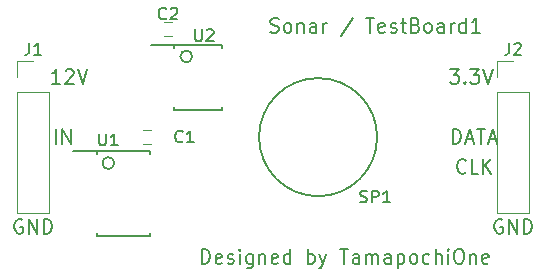
<source format=gbr>
%TF.GenerationSoftware,KiCad,Pcbnew,4.0.7*%
%TF.CreationDate,2017-10-08T11:45:17+09:00*%
%TF.ProjectId,TestBoard1,54657374426F617264312E6B69636164,rev?*%
%TF.FileFunction,Legend,Top*%
%FSLAX46Y46*%
G04 Gerber Fmt 4.6, Leading zero omitted, Abs format (unit mm)*
G04 Created by KiCad (PCBNEW 4.0.7) date 10/08/17 11:45:17*
%MOMM*%
%LPD*%
G01*
G04 APERTURE LIST*
%ADD10C,0.100000*%
%ADD11C,0.200000*%
%ADD12C,0.120000*%
%ADD13C,0.150000*%
G04 APERTURE END LIST*
D10*
D11*
X17901715Y-23682857D02*
X17901715Y-22482857D01*
X18187430Y-22482857D01*
X18358858Y-22540000D01*
X18473144Y-22654286D01*
X18530287Y-22768571D01*
X18587430Y-22997143D01*
X18587430Y-23168571D01*
X18530287Y-23397143D01*
X18473144Y-23511429D01*
X18358858Y-23625714D01*
X18187430Y-23682857D01*
X17901715Y-23682857D01*
X19558858Y-23625714D02*
X19444572Y-23682857D01*
X19216001Y-23682857D01*
X19101715Y-23625714D01*
X19044572Y-23511429D01*
X19044572Y-23054286D01*
X19101715Y-22940000D01*
X19216001Y-22882857D01*
X19444572Y-22882857D01*
X19558858Y-22940000D01*
X19616001Y-23054286D01*
X19616001Y-23168571D01*
X19044572Y-23282857D01*
X20073143Y-23625714D02*
X20187429Y-23682857D01*
X20416001Y-23682857D01*
X20530286Y-23625714D01*
X20587429Y-23511429D01*
X20587429Y-23454286D01*
X20530286Y-23340000D01*
X20416001Y-23282857D01*
X20244572Y-23282857D01*
X20130286Y-23225714D01*
X20073143Y-23111429D01*
X20073143Y-23054286D01*
X20130286Y-22940000D01*
X20244572Y-22882857D01*
X20416001Y-22882857D01*
X20530286Y-22940000D01*
X21101715Y-23682857D02*
X21101715Y-22882857D01*
X21101715Y-22482857D02*
X21044572Y-22540000D01*
X21101715Y-22597143D01*
X21158858Y-22540000D01*
X21101715Y-22482857D01*
X21101715Y-22597143D01*
X22187430Y-22882857D02*
X22187430Y-23854286D01*
X22130287Y-23968571D01*
X22073144Y-24025714D01*
X21958859Y-24082857D01*
X21787430Y-24082857D01*
X21673144Y-24025714D01*
X22187430Y-23625714D02*
X22073144Y-23682857D01*
X21844573Y-23682857D01*
X21730287Y-23625714D01*
X21673144Y-23568571D01*
X21616001Y-23454286D01*
X21616001Y-23111429D01*
X21673144Y-22997143D01*
X21730287Y-22940000D01*
X21844573Y-22882857D01*
X22073144Y-22882857D01*
X22187430Y-22940000D01*
X22758858Y-22882857D02*
X22758858Y-23682857D01*
X22758858Y-22997143D02*
X22816001Y-22940000D01*
X22930287Y-22882857D01*
X23101715Y-22882857D01*
X23216001Y-22940000D01*
X23273144Y-23054286D01*
X23273144Y-23682857D01*
X24301715Y-23625714D02*
X24187429Y-23682857D01*
X23958858Y-23682857D01*
X23844572Y-23625714D01*
X23787429Y-23511429D01*
X23787429Y-23054286D01*
X23844572Y-22940000D01*
X23958858Y-22882857D01*
X24187429Y-22882857D01*
X24301715Y-22940000D01*
X24358858Y-23054286D01*
X24358858Y-23168571D01*
X23787429Y-23282857D01*
X25387429Y-23682857D02*
X25387429Y-22482857D01*
X25387429Y-23625714D02*
X25273143Y-23682857D01*
X25044572Y-23682857D01*
X24930286Y-23625714D01*
X24873143Y-23568571D01*
X24816000Y-23454286D01*
X24816000Y-23111429D01*
X24873143Y-22997143D01*
X24930286Y-22940000D01*
X25044572Y-22882857D01*
X25273143Y-22882857D01*
X25387429Y-22940000D01*
X26873143Y-23682857D02*
X26873143Y-22482857D01*
X26873143Y-22940000D02*
X26987429Y-22882857D01*
X27216000Y-22882857D01*
X27330286Y-22940000D01*
X27387429Y-22997143D01*
X27444572Y-23111429D01*
X27444572Y-23454286D01*
X27387429Y-23568571D01*
X27330286Y-23625714D01*
X27216000Y-23682857D01*
X26987429Y-23682857D01*
X26873143Y-23625714D01*
X27844572Y-22882857D02*
X28130286Y-23682857D01*
X28416000Y-22882857D02*
X28130286Y-23682857D01*
X28016000Y-23968571D01*
X27958857Y-24025714D01*
X27844572Y-24082857D01*
X29616001Y-22482857D02*
X30301715Y-22482857D01*
X29958858Y-23682857D02*
X29958858Y-22482857D01*
X31216001Y-23682857D02*
X31216001Y-23054286D01*
X31158858Y-22940000D01*
X31044572Y-22882857D01*
X30816001Y-22882857D01*
X30701715Y-22940000D01*
X31216001Y-23625714D02*
X31101715Y-23682857D01*
X30816001Y-23682857D01*
X30701715Y-23625714D01*
X30644572Y-23511429D01*
X30644572Y-23397143D01*
X30701715Y-23282857D01*
X30816001Y-23225714D01*
X31101715Y-23225714D01*
X31216001Y-23168571D01*
X31787429Y-23682857D02*
X31787429Y-22882857D01*
X31787429Y-22997143D02*
X31844572Y-22940000D01*
X31958858Y-22882857D01*
X32130286Y-22882857D01*
X32244572Y-22940000D01*
X32301715Y-23054286D01*
X32301715Y-23682857D01*
X32301715Y-23054286D02*
X32358858Y-22940000D01*
X32473144Y-22882857D01*
X32644572Y-22882857D01*
X32758858Y-22940000D01*
X32816001Y-23054286D01*
X32816001Y-23682857D01*
X33901715Y-23682857D02*
X33901715Y-23054286D01*
X33844572Y-22940000D01*
X33730286Y-22882857D01*
X33501715Y-22882857D01*
X33387429Y-22940000D01*
X33901715Y-23625714D02*
X33787429Y-23682857D01*
X33501715Y-23682857D01*
X33387429Y-23625714D01*
X33330286Y-23511429D01*
X33330286Y-23397143D01*
X33387429Y-23282857D01*
X33501715Y-23225714D01*
X33787429Y-23225714D01*
X33901715Y-23168571D01*
X34473143Y-22882857D02*
X34473143Y-24082857D01*
X34473143Y-22940000D02*
X34587429Y-22882857D01*
X34816000Y-22882857D01*
X34930286Y-22940000D01*
X34987429Y-22997143D01*
X35044572Y-23111429D01*
X35044572Y-23454286D01*
X34987429Y-23568571D01*
X34930286Y-23625714D01*
X34816000Y-23682857D01*
X34587429Y-23682857D01*
X34473143Y-23625714D01*
X35730286Y-23682857D02*
X35616000Y-23625714D01*
X35558857Y-23568571D01*
X35501714Y-23454286D01*
X35501714Y-23111429D01*
X35558857Y-22997143D01*
X35616000Y-22940000D01*
X35730286Y-22882857D01*
X35901714Y-22882857D01*
X36016000Y-22940000D01*
X36073143Y-22997143D01*
X36130286Y-23111429D01*
X36130286Y-23454286D01*
X36073143Y-23568571D01*
X36016000Y-23625714D01*
X35901714Y-23682857D01*
X35730286Y-23682857D01*
X37158857Y-23625714D02*
X37044571Y-23682857D01*
X36816000Y-23682857D01*
X36701714Y-23625714D01*
X36644571Y-23568571D01*
X36587428Y-23454286D01*
X36587428Y-23111429D01*
X36644571Y-22997143D01*
X36701714Y-22940000D01*
X36816000Y-22882857D01*
X37044571Y-22882857D01*
X37158857Y-22940000D01*
X37673142Y-23682857D02*
X37673142Y-22482857D01*
X38187428Y-23682857D02*
X38187428Y-23054286D01*
X38130285Y-22940000D01*
X38015999Y-22882857D01*
X37844571Y-22882857D01*
X37730285Y-22940000D01*
X37673142Y-22997143D01*
X38758856Y-23682857D02*
X38758856Y-22882857D01*
X38758856Y-22482857D02*
X38701713Y-22540000D01*
X38758856Y-22597143D01*
X38815999Y-22540000D01*
X38758856Y-22482857D01*
X38758856Y-22597143D01*
X39558857Y-22482857D02*
X39787428Y-22482857D01*
X39901714Y-22540000D01*
X40016000Y-22654286D01*
X40073142Y-22882857D01*
X40073142Y-23282857D01*
X40016000Y-23511429D01*
X39901714Y-23625714D01*
X39787428Y-23682857D01*
X39558857Y-23682857D01*
X39444571Y-23625714D01*
X39330285Y-23511429D01*
X39273142Y-23282857D01*
X39273142Y-22882857D01*
X39330285Y-22654286D01*
X39444571Y-22540000D01*
X39558857Y-22482857D01*
X40587428Y-22882857D02*
X40587428Y-23682857D01*
X40587428Y-22997143D02*
X40644571Y-22940000D01*
X40758857Y-22882857D01*
X40930285Y-22882857D01*
X41044571Y-22940000D01*
X41101714Y-23054286D01*
X41101714Y-23682857D01*
X42130285Y-23625714D02*
X42015999Y-23682857D01*
X41787428Y-23682857D01*
X41673142Y-23625714D01*
X41615999Y-23511429D01*
X41615999Y-23054286D01*
X41673142Y-22940000D01*
X41787428Y-22882857D01*
X42015999Y-22882857D01*
X42130285Y-22940000D01*
X42187428Y-23054286D01*
X42187428Y-23168571D01*
X41615999Y-23282857D01*
X23698858Y-4067714D02*
X23870287Y-4124857D01*
X24156001Y-4124857D01*
X24270287Y-4067714D01*
X24327430Y-4010571D01*
X24384573Y-3896286D01*
X24384573Y-3782000D01*
X24327430Y-3667714D01*
X24270287Y-3610571D01*
X24156001Y-3553429D01*
X23927430Y-3496286D01*
X23813144Y-3439143D01*
X23756001Y-3382000D01*
X23698858Y-3267714D01*
X23698858Y-3153429D01*
X23756001Y-3039143D01*
X23813144Y-2982000D01*
X23927430Y-2924857D01*
X24213144Y-2924857D01*
X24384573Y-2982000D01*
X25070287Y-4124857D02*
X24956001Y-4067714D01*
X24898858Y-4010571D01*
X24841715Y-3896286D01*
X24841715Y-3553429D01*
X24898858Y-3439143D01*
X24956001Y-3382000D01*
X25070287Y-3324857D01*
X25241715Y-3324857D01*
X25356001Y-3382000D01*
X25413144Y-3439143D01*
X25470287Y-3553429D01*
X25470287Y-3896286D01*
X25413144Y-4010571D01*
X25356001Y-4067714D01*
X25241715Y-4124857D01*
X25070287Y-4124857D01*
X25984572Y-3324857D02*
X25984572Y-4124857D01*
X25984572Y-3439143D02*
X26041715Y-3382000D01*
X26156001Y-3324857D01*
X26327429Y-3324857D01*
X26441715Y-3382000D01*
X26498858Y-3496286D01*
X26498858Y-4124857D01*
X27584572Y-4124857D02*
X27584572Y-3496286D01*
X27527429Y-3382000D01*
X27413143Y-3324857D01*
X27184572Y-3324857D01*
X27070286Y-3382000D01*
X27584572Y-4067714D02*
X27470286Y-4124857D01*
X27184572Y-4124857D01*
X27070286Y-4067714D01*
X27013143Y-3953429D01*
X27013143Y-3839143D01*
X27070286Y-3724857D01*
X27184572Y-3667714D01*
X27470286Y-3667714D01*
X27584572Y-3610571D01*
X28156000Y-4124857D02*
X28156000Y-3324857D01*
X28156000Y-3553429D02*
X28213143Y-3439143D01*
X28270286Y-3382000D01*
X28384572Y-3324857D01*
X28498857Y-3324857D01*
X30670286Y-2867714D02*
X29641715Y-4410571D01*
X31813144Y-2924857D02*
X32498858Y-2924857D01*
X32156001Y-4124857D02*
X32156001Y-2924857D01*
X33356001Y-4067714D02*
X33241715Y-4124857D01*
X33013144Y-4124857D01*
X32898858Y-4067714D01*
X32841715Y-3953429D01*
X32841715Y-3496286D01*
X32898858Y-3382000D01*
X33013144Y-3324857D01*
X33241715Y-3324857D01*
X33356001Y-3382000D01*
X33413144Y-3496286D01*
X33413144Y-3610571D01*
X32841715Y-3724857D01*
X33870286Y-4067714D02*
X33984572Y-4124857D01*
X34213144Y-4124857D01*
X34327429Y-4067714D01*
X34384572Y-3953429D01*
X34384572Y-3896286D01*
X34327429Y-3782000D01*
X34213144Y-3724857D01*
X34041715Y-3724857D01*
X33927429Y-3667714D01*
X33870286Y-3553429D01*
X33870286Y-3496286D01*
X33927429Y-3382000D01*
X34041715Y-3324857D01*
X34213144Y-3324857D01*
X34327429Y-3382000D01*
X34727430Y-3324857D02*
X35184573Y-3324857D01*
X34898858Y-2924857D02*
X34898858Y-3953429D01*
X34956001Y-4067714D01*
X35070287Y-4124857D01*
X35184573Y-4124857D01*
X35984572Y-3496286D02*
X36156001Y-3553429D01*
X36213144Y-3610571D01*
X36270287Y-3724857D01*
X36270287Y-3896286D01*
X36213144Y-4010571D01*
X36156001Y-4067714D01*
X36041715Y-4124857D01*
X35584572Y-4124857D01*
X35584572Y-2924857D01*
X35984572Y-2924857D01*
X36098858Y-2982000D01*
X36156001Y-3039143D01*
X36213144Y-3153429D01*
X36213144Y-3267714D01*
X36156001Y-3382000D01*
X36098858Y-3439143D01*
X35984572Y-3496286D01*
X35584572Y-3496286D01*
X36956001Y-4124857D02*
X36841715Y-4067714D01*
X36784572Y-4010571D01*
X36727429Y-3896286D01*
X36727429Y-3553429D01*
X36784572Y-3439143D01*
X36841715Y-3382000D01*
X36956001Y-3324857D01*
X37127429Y-3324857D01*
X37241715Y-3382000D01*
X37298858Y-3439143D01*
X37356001Y-3553429D01*
X37356001Y-3896286D01*
X37298858Y-4010571D01*
X37241715Y-4067714D01*
X37127429Y-4124857D01*
X36956001Y-4124857D01*
X38384572Y-4124857D02*
X38384572Y-3496286D01*
X38327429Y-3382000D01*
X38213143Y-3324857D01*
X37984572Y-3324857D01*
X37870286Y-3382000D01*
X38384572Y-4067714D02*
X38270286Y-4124857D01*
X37984572Y-4124857D01*
X37870286Y-4067714D01*
X37813143Y-3953429D01*
X37813143Y-3839143D01*
X37870286Y-3724857D01*
X37984572Y-3667714D01*
X38270286Y-3667714D01*
X38384572Y-3610571D01*
X38956000Y-4124857D02*
X38956000Y-3324857D01*
X38956000Y-3553429D02*
X39013143Y-3439143D01*
X39070286Y-3382000D01*
X39184572Y-3324857D01*
X39298857Y-3324857D01*
X40213143Y-4124857D02*
X40213143Y-2924857D01*
X40213143Y-4067714D02*
X40098857Y-4124857D01*
X39870286Y-4124857D01*
X39756000Y-4067714D01*
X39698857Y-4010571D01*
X39641714Y-3896286D01*
X39641714Y-3553429D01*
X39698857Y-3439143D01*
X39756000Y-3382000D01*
X39870286Y-3324857D01*
X40098857Y-3324857D01*
X40213143Y-3382000D01*
X41413143Y-4124857D02*
X40727428Y-4124857D01*
X41070286Y-4124857D02*
X41070286Y-2924857D01*
X40956000Y-3096286D01*
X40841714Y-3210571D01*
X40727428Y-3267714D01*
X40223715Y-15948571D02*
X40166572Y-16005714D01*
X39995143Y-16062857D01*
X39880857Y-16062857D01*
X39709429Y-16005714D01*
X39595143Y-15891429D01*
X39538000Y-15777143D01*
X39480857Y-15548571D01*
X39480857Y-15377143D01*
X39538000Y-15148571D01*
X39595143Y-15034286D01*
X39709429Y-14920000D01*
X39880857Y-14862857D01*
X39995143Y-14862857D01*
X40166572Y-14920000D01*
X40223715Y-14977143D01*
X41309429Y-16062857D02*
X40738000Y-16062857D01*
X40738000Y-14862857D01*
X41709429Y-16062857D02*
X41709429Y-14862857D01*
X42395144Y-16062857D02*
X41880858Y-15377143D01*
X42395144Y-14862857D02*
X41709429Y-15548571D01*
X39138000Y-13522857D02*
X39138000Y-12322857D01*
X39423715Y-12322857D01*
X39595143Y-12380000D01*
X39709429Y-12494286D01*
X39766572Y-12608571D01*
X39823715Y-12837143D01*
X39823715Y-13008571D01*
X39766572Y-13237143D01*
X39709429Y-13351429D01*
X39595143Y-13465714D01*
X39423715Y-13522857D01*
X39138000Y-13522857D01*
X40280857Y-13180000D02*
X40852286Y-13180000D01*
X40166572Y-13522857D02*
X40566572Y-12322857D01*
X40966572Y-13522857D01*
X41195143Y-12322857D02*
X41880857Y-12322857D01*
X41538000Y-13522857D02*
X41538000Y-12322857D01*
X42223714Y-13180000D02*
X42795143Y-13180000D01*
X42109429Y-13522857D02*
X42509429Y-12322857D01*
X42909429Y-13522857D01*
X38912572Y-7242857D02*
X39655429Y-7242857D01*
X39255429Y-7700000D01*
X39426857Y-7700000D01*
X39541143Y-7757143D01*
X39598286Y-7814286D01*
X39655429Y-7928571D01*
X39655429Y-8214286D01*
X39598286Y-8328571D01*
X39541143Y-8385714D01*
X39426857Y-8442857D01*
X39084000Y-8442857D01*
X38969714Y-8385714D01*
X38912572Y-8328571D01*
X40169714Y-8328571D02*
X40226857Y-8385714D01*
X40169714Y-8442857D01*
X40112571Y-8385714D01*
X40169714Y-8328571D01*
X40169714Y-8442857D01*
X40626858Y-7242857D02*
X41369715Y-7242857D01*
X40969715Y-7700000D01*
X41141143Y-7700000D01*
X41255429Y-7757143D01*
X41312572Y-7814286D01*
X41369715Y-7928571D01*
X41369715Y-8214286D01*
X41312572Y-8328571D01*
X41255429Y-8385714D01*
X41141143Y-8442857D01*
X40798286Y-8442857D01*
X40684000Y-8385714D01*
X40626858Y-8328571D01*
X41712572Y-7242857D02*
X42112572Y-8442857D01*
X42512572Y-7242857D01*
X43325715Y-20000000D02*
X43211429Y-19942857D01*
X43040000Y-19942857D01*
X42868572Y-20000000D01*
X42754286Y-20114286D01*
X42697143Y-20228571D01*
X42640000Y-20457143D01*
X42640000Y-20628571D01*
X42697143Y-20857143D01*
X42754286Y-20971429D01*
X42868572Y-21085714D01*
X43040000Y-21142857D01*
X43154286Y-21142857D01*
X43325715Y-21085714D01*
X43382858Y-21028571D01*
X43382858Y-20628571D01*
X43154286Y-20628571D01*
X43897143Y-21142857D02*
X43897143Y-19942857D01*
X44582858Y-21142857D01*
X44582858Y-19942857D01*
X45154286Y-21142857D02*
X45154286Y-19942857D01*
X45440001Y-19942857D01*
X45611429Y-20000000D01*
X45725715Y-20114286D01*
X45782858Y-20228571D01*
X45840001Y-20457143D01*
X45840001Y-20628571D01*
X45782858Y-20857143D01*
X45725715Y-20971429D01*
X45611429Y-21085714D01*
X45440001Y-21142857D01*
X45154286Y-21142857D01*
X2685715Y-20000000D02*
X2571429Y-19942857D01*
X2400000Y-19942857D01*
X2228572Y-20000000D01*
X2114286Y-20114286D01*
X2057143Y-20228571D01*
X2000000Y-20457143D01*
X2000000Y-20628571D01*
X2057143Y-20857143D01*
X2114286Y-20971429D01*
X2228572Y-21085714D01*
X2400000Y-21142857D01*
X2514286Y-21142857D01*
X2685715Y-21085714D01*
X2742858Y-21028571D01*
X2742858Y-20628571D01*
X2514286Y-20628571D01*
X3257143Y-21142857D02*
X3257143Y-19942857D01*
X3942858Y-21142857D01*
X3942858Y-19942857D01*
X4514286Y-21142857D02*
X4514286Y-19942857D01*
X4800001Y-19942857D01*
X4971429Y-20000000D01*
X5085715Y-20114286D01*
X5142858Y-20228571D01*
X5200001Y-20457143D01*
X5200001Y-20628571D01*
X5142858Y-20857143D01*
X5085715Y-20971429D01*
X4971429Y-21085714D01*
X4800001Y-21142857D01*
X4514286Y-21142857D01*
X5511428Y-13522857D02*
X5511428Y-12322857D01*
X6082857Y-13522857D02*
X6082857Y-12322857D01*
X6768572Y-13522857D01*
X6768572Y-12322857D01*
X5905144Y-8442857D02*
X5219429Y-8442857D01*
X5562287Y-8442857D02*
X5562287Y-7242857D01*
X5448001Y-7414286D01*
X5333715Y-7528571D01*
X5219429Y-7585714D01*
X6362286Y-7357143D02*
X6419429Y-7300000D01*
X6533715Y-7242857D01*
X6819429Y-7242857D01*
X6933715Y-7300000D01*
X6990858Y-7357143D01*
X7048001Y-7471429D01*
X7048001Y-7585714D01*
X6990858Y-7757143D01*
X6305144Y-8442857D01*
X7048001Y-8442857D01*
X7390858Y-7242857D02*
X7790858Y-8442857D01*
X8190858Y-7242857D01*
D12*
X12902000Y-12380000D02*
X13602000Y-12380000D01*
X13602000Y-13580000D02*
X12902000Y-13580000D01*
X15380000Y-4436000D02*
X14680000Y-4436000D01*
X14680000Y-3236000D02*
X15380000Y-3236000D01*
X2270000Y-19390000D02*
X4930000Y-19390000D01*
X2270000Y-9170000D02*
X2270000Y-19390000D01*
X4930000Y-9170000D02*
X4930000Y-19390000D01*
X2270000Y-9170000D02*
X4930000Y-9170000D01*
X2270000Y-7900000D02*
X2270000Y-6570000D01*
X2270000Y-6570000D02*
X3600000Y-6570000D01*
X42910000Y-19390000D02*
X45570000Y-19390000D01*
X42910000Y-9170000D02*
X42910000Y-19390000D01*
X45570000Y-9170000D02*
X45570000Y-19390000D01*
X42910000Y-9170000D02*
X45570000Y-9170000D01*
X42910000Y-7900000D02*
X42910000Y-6570000D01*
X42910000Y-6570000D02*
X44240000Y-6570000D01*
D13*
X32730000Y-12980000D02*
G75*
G03X32730000Y-12980000I-5000000J0D01*
G01*
X8970000Y-14175000D02*
X6970000Y-14175000D01*
X8970000Y-21075000D02*
X8970000Y-21325000D01*
X8970000Y-21325000D02*
X13470000Y-21325000D01*
X13470000Y-21325000D02*
X13470000Y-21075000D01*
X8970000Y-14425000D02*
X8970000Y-14175000D01*
X8970000Y-14175000D02*
X13470000Y-14175000D01*
X13470000Y-14175000D02*
X13470000Y-14425000D01*
X10470000Y-15175000D02*
G75*
G03X10470000Y-15175000I-500000J0D01*
G01*
X15570000Y-5150000D02*
X13570000Y-5150000D01*
X17070000Y-6150000D02*
G75*
G03X17070000Y-6150000I-500000J0D01*
G01*
X15570000Y-10400000D02*
X15570000Y-10650000D01*
X15570000Y-10650000D02*
X19570000Y-10650000D01*
X19570000Y-10650000D02*
X19570000Y-10400000D01*
X15570000Y-5400000D02*
X15570000Y-5150000D01*
X15570000Y-5150000D02*
X19570000Y-5150000D01*
X19570000Y-5150000D02*
X19570000Y-5400000D01*
X16260334Y-13337143D02*
X16212715Y-13384762D01*
X16069858Y-13432381D01*
X15974620Y-13432381D01*
X15831762Y-13384762D01*
X15736524Y-13289524D01*
X15688905Y-13194286D01*
X15641286Y-13003810D01*
X15641286Y-12860952D01*
X15688905Y-12670476D01*
X15736524Y-12575238D01*
X15831762Y-12480000D01*
X15974620Y-12432381D01*
X16069858Y-12432381D01*
X16212715Y-12480000D01*
X16260334Y-12527619D01*
X17212715Y-13432381D02*
X16641286Y-13432381D01*
X16927000Y-13432381D02*
X16927000Y-12432381D01*
X16831762Y-12575238D01*
X16736524Y-12670476D01*
X16641286Y-12718095D01*
X14863334Y-2923143D02*
X14815715Y-2970762D01*
X14672858Y-3018381D01*
X14577620Y-3018381D01*
X14434762Y-2970762D01*
X14339524Y-2875524D01*
X14291905Y-2780286D01*
X14244286Y-2589810D01*
X14244286Y-2446952D01*
X14291905Y-2256476D01*
X14339524Y-2161238D01*
X14434762Y-2066000D01*
X14577620Y-2018381D01*
X14672858Y-2018381D01*
X14815715Y-2066000D01*
X14863334Y-2113619D01*
X15244286Y-2113619D02*
X15291905Y-2066000D01*
X15387143Y-2018381D01*
X15625239Y-2018381D01*
X15720477Y-2066000D01*
X15768096Y-2113619D01*
X15815715Y-2208857D01*
X15815715Y-2304095D01*
X15768096Y-2446952D01*
X15196667Y-3018381D01*
X15815715Y-3018381D01*
X3266667Y-5022381D02*
X3266667Y-5736667D01*
X3219047Y-5879524D01*
X3123809Y-5974762D01*
X2980952Y-6022381D01*
X2885714Y-6022381D01*
X4266667Y-6022381D02*
X3695238Y-6022381D01*
X3980952Y-6022381D02*
X3980952Y-5022381D01*
X3885714Y-5165238D01*
X3790476Y-5260476D01*
X3695238Y-5308095D01*
X43906667Y-5022381D02*
X43906667Y-5736667D01*
X43859047Y-5879524D01*
X43763809Y-5974762D01*
X43620952Y-6022381D01*
X43525714Y-6022381D01*
X44335238Y-5117619D02*
X44382857Y-5070000D01*
X44478095Y-5022381D01*
X44716191Y-5022381D01*
X44811429Y-5070000D01*
X44859048Y-5117619D01*
X44906667Y-5212857D01*
X44906667Y-5308095D01*
X44859048Y-5450952D01*
X44287619Y-6022381D01*
X44906667Y-6022381D01*
X31294095Y-18464762D02*
X31436952Y-18512381D01*
X31675048Y-18512381D01*
X31770286Y-18464762D01*
X31817905Y-18417143D01*
X31865524Y-18321905D01*
X31865524Y-18226667D01*
X31817905Y-18131429D01*
X31770286Y-18083810D01*
X31675048Y-18036190D01*
X31484571Y-17988571D01*
X31389333Y-17940952D01*
X31341714Y-17893333D01*
X31294095Y-17798095D01*
X31294095Y-17702857D01*
X31341714Y-17607619D01*
X31389333Y-17560000D01*
X31484571Y-17512381D01*
X31722667Y-17512381D01*
X31865524Y-17560000D01*
X32294095Y-18512381D02*
X32294095Y-17512381D01*
X32675048Y-17512381D01*
X32770286Y-17560000D01*
X32817905Y-17607619D01*
X32865524Y-17702857D01*
X32865524Y-17845714D01*
X32817905Y-17940952D01*
X32770286Y-17988571D01*
X32675048Y-18036190D01*
X32294095Y-18036190D01*
X33817905Y-18512381D02*
X33246476Y-18512381D01*
X33532190Y-18512381D02*
X33532190Y-17512381D01*
X33436952Y-17655238D01*
X33341714Y-17750476D01*
X33246476Y-17798095D01*
X9188095Y-12686381D02*
X9188095Y-13495905D01*
X9235714Y-13591143D01*
X9283333Y-13638762D01*
X9378571Y-13686381D01*
X9569048Y-13686381D01*
X9664286Y-13638762D01*
X9711905Y-13591143D01*
X9759524Y-13495905D01*
X9759524Y-12686381D01*
X10759524Y-13686381D02*
X10188095Y-13686381D01*
X10473809Y-13686381D02*
X10473809Y-12686381D01*
X10378571Y-12829238D01*
X10283333Y-12924476D01*
X10188095Y-12972095D01*
X17308095Y-3852381D02*
X17308095Y-4661905D01*
X17355714Y-4757143D01*
X17403333Y-4804762D01*
X17498571Y-4852381D01*
X17689048Y-4852381D01*
X17784286Y-4804762D01*
X17831905Y-4757143D01*
X17879524Y-4661905D01*
X17879524Y-3852381D01*
X18308095Y-3947619D02*
X18355714Y-3900000D01*
X18450952Y-3852381D01*
X18689048Y-3852381D01*
X18784286Y-3900000D01*
X18831905Y-3947619D01*
X18879524Y-4042857D01*
X18879524Y-4138095D01*
X18831905Y-4280952D01*
X18260476Y-4852381D01*
X18879524Y-4852381D01*
M02*

</source>
